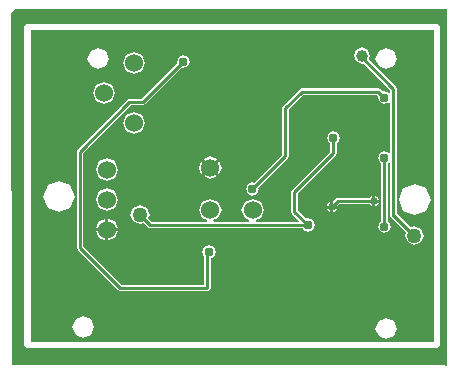
<source format=gbl>
%FSLAX23Y23*%
%MOIN*%
G70*
G01*
G75*
G04 Layer_Physical_Order=2*
G04 Layer_Color=16711680*
G04:AMPARAMS|DCode=10|XSize=71mil|YSize=118mil|CornerRadius=0mil|HoleSize=0mil|Usage=FLASHONLY|Rotation=0.000|XOffset=0mil|YOffset=0mil|HoleType=Round|Shape=Octagon|*
%AMOCTAGOND10*
4,1,8,-0.018,0.059,0.018,0.059,0.035,0.041,0.035,-0.041,0.018,-0.059,-0.018,-0.059,-0.035,-0.041,-0.035,0.041,-0.018,0.059,0.0*
%
%ADD10OCTAGOND10*%

%ADD11R,0.020X0.047*%
%ADD12R,0.020X0.063*%
%ADD13R,0.031X0.035*%
%ADD14R,0.035X0.031*%
%ADD15R,0.051X0.106*%
%ADD16R,0.091X0.091*%
%ADD17R,0.106X0.051*%
%ADD18R,0.059X0.118*%
%ADD19R,0.039X0.118*%
%ADD20O,0.087X0.024*%
%ADD21C,0.010*%
%ADD22C,0.060*%
%ADD23C,0.039*%
%ADD24C,0.050*%
%ADD25C,0.031*%
%ADD26C,0.024*%
G36*
X1400Y-65D02*
X1395Y-70D01*
X1390Y-65D01*
X-50D01*
X-55Y1105D01*
X-40Y1120D01*
X1400D01*
Y-65D01*
D02*
G37*
%LPC*%
G36*
X1365Y1071D02*
X0D01*
X-8Y1068D01*
X-11Y1060D01*
Y0D01*
X-8Y-8D01*
X0Y-11D01*
X1365D01*
X1373Y-8D01*
X1376Y-0D01*
X1376Y-0D01*
X1376Y0D01*
Y0D01*
Y1060D01*
X1373Y1068D01*
X1365Y1071D01*
D02*
G37*
%LPD*%
G36*
X1354Y11D02*
X11D01*
Y1049D01*
X1354D01*
Y11D01*
D02*
G37*
%LPC*%
G36*
X106Y548D02*
X68Y533D01*
X52Y495D01*
X68Y457D01*
X106Y442D01*
X143Y457D01*
X159Y495D01*
X143Y533D01*
X106Y548D01*
D02*
G37*
G36*
X1291Y538D02*
X1253Y523D01*
X1237Y485D01*
X1253Y447D01*
X1291Y432D01*
X1328Y447D01*
X1344Y485D01*
X1328Y523D01*
X1291Y538D01*
D02*
G37*
G36*
X1020Y712D02*
X1004Y706D01*
X998Y690D01*
X1004Y674D01*
X1009Y672D01*
Y644D01*
X882Y518D01*
X879Y510D01*
X879Y510D01*
Y445D01*
X879Y445D01*
X882Y437D01*
X904Y415D01*
X902Y411D01*
X762D01*
X761Y416D01*
X777Y423D01*
X789Y449D01*
X777Y476D01*
X751Y487D01*
X724Y476D01*
X713Y449D01*
X724Y423D01*
X740Y416D01*
X739Y411D01*
X621D01*
X620Y416D01*
X636Y423D01*
X647Y449D01*
X636Y476D01*
X609Y487D01*
X583Y476D01*
X571Y449D01*
X583Y423D01*
X599Y416D01*
X598Y411D01*
X414D01*
X402Y423D01*
X407Y435D01*
X398Y458D01*
X375Y467D01*
X352Y458D01*
X343Y435D01*
X352Y412D01*
X375Y403D01*
X387Y408D01*
X402Y392D01*
X402Y392D01*
X405Y391D01*
X410Y389D01*
X410Y389D01*
X917D01*
X919Y384D01*
X935Y378D01*
X951Y384D01*
X957Y400D01*
X951Y416D01*
X935Y422D01*
X930Y420D01*
X901Y449D01*
Y506D01*
X1028Y632D01*
X1028Y632D01*
X1029Y635D01*
X1031Y640D01*
X1031Y640D01*
Y672D01*
X1036Y674D01*
X1042Y690D01*
X1036Y706D01*
X1020Y712D01*
D02*
G37*
G36*
X265Y523D02*
X238Y512D01*
X227Y485D01*
X238Y458D01*
X265Y447D01*
X292Y458D01*
X303Y485D01*
X292Y512D01*
X265Y523D01*
D02*
G37*
G36*
X1031Y455D02*
X1020D01*
Y444D01*
X1028Y447D01*
X1031Y455D01*
D02*
G37*
G36*
X1010D02*
X999D01*
X1002Y447D01*
X1010Y444D01*
Y455D01*
D02*
G37*
G36*
X260Y380D02*
X229D01*
X238Y358D01*
X260Y349D01*
Y380D01*
D02*
G37*
G36*
X186Y96D02*
X161Y86D01*
X150Y60D01*
X161Y34D01*
X186Y24D01*
X212Y34D01*
X223Y60D01*
X212Y86D01*
X186Y96D01*
D02*
G37*
G36*
X1196Y91D02*
X1171Y81D01*
X1160Y55D01*
X1171Y29D01*
X1196Y19D01*
X1222Y29D01*
X1233Y55D01*
X1222Y81D01*
X1196Y91D01*
D02*
G37*
G36*
X270Y421D02*
Y390D01*
X301D01*
X292Y412D01*
X270Y421D01*
D02*
G37*
G36*
X260D02*
X238Y412D01*
X229Y390D01*
X260D01*
Y421D01*
D02*
G37*
G36*
X301Y380D02*
X270D01*
Y349D01*
X292Y358D01*
X301Y380D01*
D02*
G37*
G36*
X1171Y475D02*
X1160D01*
Y464D01*
X1168Y467D01*
X1171Y475D01*
D02*
G37*
G36*
X1115Y992D02*
X1096Y984D01*
X1088Y965D01*
X1096Y946D01*
X1115Y938D01*
X1120Y940D01*
X1209Y851D01*
Y844D01*
X1205Y841D01*
X1190Y847D01*
X1185Y845D01*
X1178Y853D01*
X1170Y856D01*
X1170Y856D01*
X915D01*
X907Y853D01*
X907Y853D01*
X852Y798D01*
X849Y790D01*
X849Y790D01*
Y634D01*
X755Y540D01*
X750Y542D01*
X734Y536D01*
X728Y520D01*
X734Y504D01*
X750Y498D01*
X766Y504D01*
X772Y520D01*
X770Y525D01*
X868Y622D01*
X868Y622D01*
X869Y625D01*
X871Y630D01*
X871Y630D01*
Y786D01*
X919Y834D01*
X1166D01*
X1170Y830D01*
X1168Y825D01*
X1174Y809D01*
X1190Y803D01*
X1205Y809D01*
X1209Y806D01*
Y644D01*
X1205Y641D01*
X1190Y647D01*
X1174Y641D01*
X1168Y625D01*
X1174Y609D01*
X1179Y607D01*
Y413D01*
X1174Y411D01*
X1168Y395D01*
X1174Y379D01*
X1190Y373D01*
X1206Y379D01*
X1212Y395D01*
X1206Y411D01*
X1201Y413D01*
Y606D01*
X1205Y609D01*
X1209Y606D01*
Y435D01*
X1209Y435D01*
X1209Y435D01*
Y430D01*
X1212Y422D01*
X1220Y419D01*
X1220Y419D01*
X1263Y377D01*
X1258Y365D01*
X1267Y342D01*
X1290Y333D01*
X1313Y342D01*
X1322Y365D01*
X1313Y388D01*
X1290Y397D01*
X1278Y392D01*
X1231Y439D01*
Y855D01*
X1228Y863D01*
X1228Y863D01*
X1137Y953D01*
X1142Y965D01*
X1134Y984D01*
X1115Y992D01*
D02*
G37*
G36*
X255Y878D02*
X228Y867D01*
X217Y840D01*
X228Y813D01*
X255Y802D01*
X282Y813D01*
X293Y840D01*
X282Y867D01*
X255Y878D01*
D02*
G37*
G36*
X355Y778D02*
X328Y767D01*
X317Y740D01*
X328Y713D01*
X355Y702D01*
X382Y713D01*
X393Y740D01*
X382Y767D01*
X355Y778D01*
D02*
G37*
G36*
Y978D02*
X328Y967D01*
X317Y940D01*
X328Y913D01*
X355Y902D01*
X382Y913D01*
X393Y940D01*
X382Y967D01*
X355Y978D01*
D02*
G37*
G36*
X520Y967D02*
X504Y961D01*
X498Y945D01*
X500Y940D01*
X381Y821D01*
X340D01*
X332Y818D01*
X332Y818D01*
X167Y653D01*
X164Y645D01*
X164Y645D01*
Y325D01*
X164Y325D01*
X167Y317D01*
X302Y182D01*
X302Y182D01*
X310Y179D01*
X600D01*
X608Y182D01*
X611Y190D01*
X611Y190D01*
X611Y190D01*
Y190D01*
Y290D01*
X621Y294D01*
X627Y310D01*
X621Y326D01*
X605Y332D01*
X589Y326D01*
X583Y310D01*
X589Y294D01*
X589Y294D01*
Y201D01*
X314D01*
X186Y329D01*
Y641D01*
X344Y799D01*
X385D01*
X385Y799D01*
X393Y802D01*
X515Y925D01*
X520Y923D01*
X536Y929D01*
X542Y945D01*
X536Y961D01*
X520Y967D01*
D02*
G37*
G36*
X1196Y991D02*
X1171Y981D01*
X1160Y955D01*
X1171Y929D01*
X1196Y919D01*
X1222Y929D01*
X1233Y955D01*
X1222Y981D01*
X1196Y991D01*
D02*
G37*
G36*
X236D02*
X211Y981D01*
X200Y955D01*
X211Y929D01*
X236Y919D01*
X262Y929D01*
X273Y955D01*
X262Y981D01*
X236Y991D01*
D02*
G37*
G36*
X609Y629D02*
X588Y620D01*
X609Y598D01*
X631Y620D01*
X609Y629D01*
D02*
G37*
G36*
X1150Y496D02*
X1142Y493D01*
X1141Y491D01*
X1035D01*
X1035Y491D01*
X1030Y489D01*
X1027Y488D01*
X1027Y488D01*
X1020Y480D01*
Y465D01*
X1035D01*
X1039Y469D01*
X1141D01*
X1142Y467D01*
X1150Y464D01*
Y480D01*
Y496D01*
D02*
G37*
G36*
X1160D02*
Y485D01*
X1171D01*
X1168Y493D01*
X1160Y496D01*
D02*
G37*
G36*
X1010Y476D02*
X1002Y473D01*
X999Y465D01*
X1010D01*
Y476D01*
D02*
G37*
G36*
X265Y623D02*
X238Y612D01*
X227Y585D01*
X238Y558D01*
X265Y547D01*
X292Y558D01*
X303Y585D01*
X292Y612D01*
X265Y623D01*
D02*
G37*
G36*
X638Y612D02*
X616Y591D01*
X638Y569D01*
X647Y591D01*
X638Y612D01*
D02*
G37*
G36*
X580D02*
X571Y591D01*
X580Y569D01*
X602Y591D01*
X580Y612D01*
D02*
G37*
G36*
X609Y584D02*
X588Y562D01*
X609Y553D01*
X631Y562D01*
X609Y584D01*
D02*
G37*
%LPD*%
D21*
X750Y520D02*
X860Y630D01*
Y790D01*
X915Y845D01*
X1170D01*
X1190Y825D01*
X1020Y640D02*
Y690D01*
X890Y510D02*
X1020Y640D01*
X890Y445D02*
Y510D01*
Y445D02*
X935Y400D01*
X375Y435D02*
X410Y400D01*
X935D01*
X385Y810D02*
X520Y945D01*
X340Y810D02*
X385D01*
X175Y645D02*
X340Y810D01*
X175Y325D02*
Y645D01*
Y325D02*
X310Y190D01*
X600D01*
Y305D01*
X1190Y395D02*
Y625D01*
X1035Y480D02*
X1155D01*
X1015Y460D02*
X1035Y480D01*
X1220Y435D02*
X1290Y365D01*
X1220Y430D02*
Y855D01*
X1115Y960D02*
X1220Y855D01*
D22*
X265Y485D02*
D03*
Y385D02*
D03*
Y585D02*
D03*
X609Y449D02*
D03*
Y591D02*
D03*
X751Y449D02*
D03*
X355Y740D02*
D03*
Y940D02*
D03*
X255Y840D02*
D03*
D23*
X1115Y965D02*
D03*
D24*
X1290Y365D02*
D03*
X375Y435D02*
D03*
D25*
X1190Y825D02*
D03*
X750Y520D02*
D03*
X1020Y690D02*
D03*
X935Y400D02*
D03*
X605Y310D02*
D03*
X520Y945D02*
D03*
X1190Y625D02*
D03*
Y395D02*
D03*
D26*
X1015Y460D02*
D03*
X1155Y480D02*
D03*
M02*

</source>
